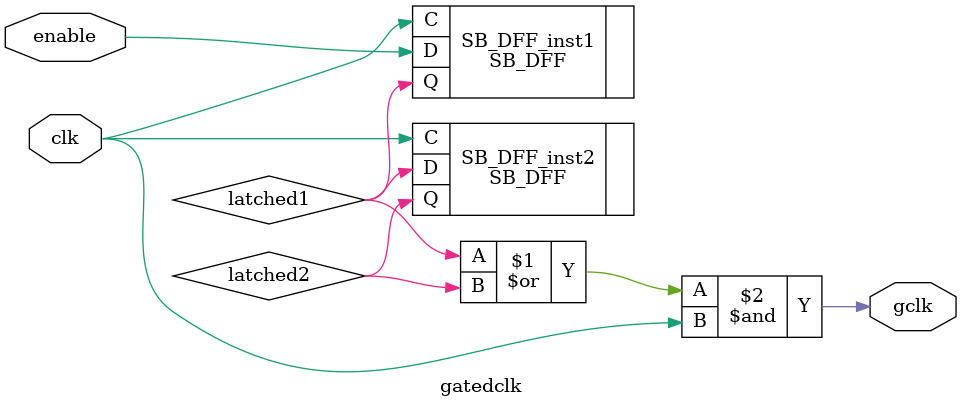
<source format=v>

module gatedclk(clk, enable, gclk);
    input clk;
    input enable;
    output wire gclk;
    wire latched1;
    wire latched2;
    SB_DFF SB_DFF_inst1(
        .Q(latched1),
        .C(clk),
        .D(enable)
    );
    SB_DFF SB_DFF_inst2(
        .Q(latched2),
        .C(clk),
        .D(latched1)
    );
    assign gclk = (latched1 | latched2) & clk;
endmodule
</source>
